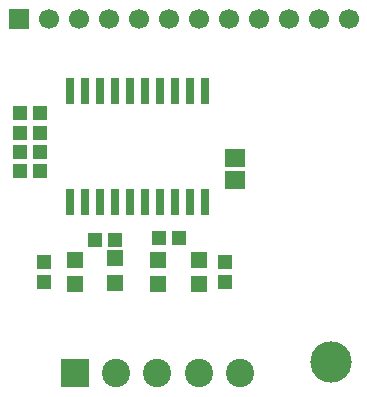
<source format=gbr>
G04 DipTrace 4.0.0.2*
G04 TopMask.gbr*
%MOIN*%
G04 #@! TF.FileFunction,Soldermask,Top*
G04 #@! TF.Part,Single*
%ADD31C,0.137795*%
%ADD37R,0.031502X0.08662*%
%ADD39C,0.094494*%
%ADD41R,0.094494X0.094494*%
%ADD43R,0.04725X0.051187*%
%ADD45R,0.051187X0.04725*%
%ADD47C,0.066935*%
%ADD49R,0.066935X0.066935*%
%ADD51R,0.055124X0.055124*%
%ADD53R,0.066935X0.059061*%
%FSLAX26Y26*%
G04*
G70*
G90*
G75*
G01*
G04 TopMask*
%LPD*%
D53*
X1194000Y1431598D3*
Y1506402D3*
D51*
X662749Y1166588D3*
Y1083911D3*
X794000Y1172839D3*
Y1090161D3*
X937751Y1166588D3*
Y1083911D3*
X1075249Y1166588D3*
Y1083911D3*
D49*
X473916Y1968803D3*
D47*
X573916D3*
X673916D3*
X773916D3*
X873916D3*
X973916D3*
X1073916D3*
X1173916D3*
X1273907D3*
X1373907D3*
X1473907D3*
X1573907D3*
D31*
X1516047Y827071D3*
D45*
X729286Y1231499D3*
X796215Y1231501D3*
D43*
X556501Y1091785D3*
X556499Y1158714D3*
D45*
X1008714Y1237752D3*
X941785Y1237749D3*
D43*
X1162750Y1091785D3*
X1162748Y1158714D3*
D41*
X659748Y787701D3*
D39*
X797543D3*
X935339D3*
X1073134D3*
X1210929D3*
D37*
X1094000Y1729039D3*
X1044000D3*
X994000D3*
X944000D3*
X894000D3*
X844000D3*
X794000D3*
X744000D3*
X694000D3*
X644000D3*
Y1358961D3*
X694000D3*
X744000D3*
X794000D3*
X844000D3*
X894000D3*
X944000D3*
X994000D3*
X1044000D3*
X1094000D3*
D45*
X546215Y1656500D3*
X479286D3*
X546215Y1587751D3*
X479286D3*
X546215Y1525251D3*
X479286D3*
X546215Y1462751D3*
X479286D3*
M02*

</source>
